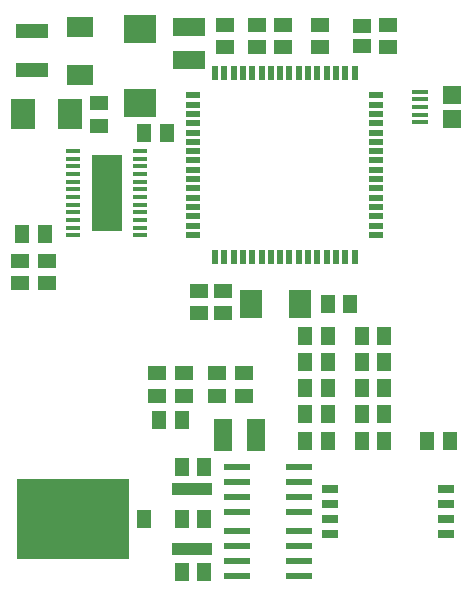
<source format=gbr>
G04 EAGLE Gerber RS-274X export*
G75*
%MOMM*%
%FSLAX34Y34*%
%LPD*%
%INSolderpaste Top*%
%IPPOS*%
%AMOC8*
5,1,8,0,0,1.08239X$1,22.5*%
G01*
%ADD10R,2.000000X2.500000*%
%ADD11R,2.160000X1.780000*%
%ADD12R,2.800000X1.200000*%
%ADD13R,2.800000X2.400000*%
%ADD14R,1.300000X1.500000*%
%ADD15R,1.500000X1.300000*%
%ADD16R,1.900000X2.400000*%
%ADD17R,3.400000X1.000000*%
%ADD18R,9.600000X6.800000*%
%ADD19R,1.300000X0.450000*%
%ADD20R,2.650000X6.400000*%
%ADD21R,2.700000X1.600000*%
%ADD22R,1.600000X2.700000*%
%ADD23R,2.200000X0.600000*%
%ADD24R,1.346200X0.685800*%
%ADD25R,1.193800X0.558800*%
%ADD26R,0.558800X1.193800*%
%ADD27R,1.350000X0.400000*%
%ADD28R,1.500000X1.500000*%


D10*
X122875Y415925D03*
X162875Y415925D03*
D11*
X171450Y449600D03*
X171450Y490300D03*
D12*
X130175Y486400D03*
X130175Y453400D03*
D13*
X222250Y425700D03*
X222250Y488700D03*
D14*
X380975Y161925D03*
X361975Y161925D03*
X380975Y184150D03*
X361975Y184150D03*
X380975Y206375D03*
X361975Y206375D03*
X380975Y228600D03*
X361975Y228600D03*
X428600Y228600D03*
X409600Y228600D03*
X428600Y184150D03*
X409600Y184150D03*
X428600Y161925D03*
X409600Y161925D03*
X380975Y139700D03*
X361975Y139700D03*
X409600Y139700D03*
X428600Y139700D03*
D15*
X320675Y492100D03*
X320675Y473100D03*
X342900Y473100D03*
X342900Y492100D03*
X374650Y492100D03*
X374650Y473100D03*
X293688Y492100D03*
X293688Y473100D03*
X271463Y247675D03*
X271463Y266675D03*
X292100Y247675D03*
X292100Y266675D03*
D14*
X400025Y255588D03*
X381025Y255588D03*
D16*
X316210Y255568D03*
X357210Y255568D03*
D17*
X266025Y47625D03*
X266025Y98425D03*
D18*
X165025Y73025D03*
D19*
X165175Y385000D03*
X165175Y378500D03*
X165175Y372000D03*
X165175Y365500D03*
X165175Y359000D03*
X165175Y352500D03*
X165175Y346000D03*
X165175Y339500D03*
X165175Y333000D03*
X165175Y326500D03*
X165175Y320000D03*
X165175Y313500D03*
X222175Y313500D03*
X222175Y320000D03*
X222175Y326500D03*
X222175Y333000D03*
X222175Y339500D03*
X222175Y346000D03*
X222175Y352500D03*
X222175Y359000D03*
X222175Y365500D03*
X222175Y372000D03*
X222175Y378500D03*
X222175Y385000D03*
D20*
X193675Y349250D03*
D15*
X187325Y425425D03*
X187325Y406425D03*
D14*
X225450Y400050D03*
X244450Y400050D03*
D21*
X263525Y490250D03*
X263525Y462250D03*
D14*
X276200Y28575D03*
X257200Y28575D03*
D22*
X320388Y144463D03*
X292388Y144463D03*
D23*
X356200Y38100D03*
X304200Y38100D03*
X356200Y25400D03*
X356200Y50800D03*
X356200Y63500D03*
X304200Y25400D03*
X304200Y50800D03*
X304200Y63500D03*
D14*
X225400Y73025D03*
X206400Y73025D03*
D24*
X382588Y60325D03*
X382588Y98425D03*
X382588Y73025D03*
X382588Y85725D03*
X481013Y60325D03*
X481013Y98425D03*
X481013Y73025D03*
X481013Y85725D03*
D25*
X266891Y432118D03*
X266891Y424244D03*
X266891Y416370D03*
X266891Y408496D03*
X266891Y400622D03*
X266891Y392748D03*
X266891Y384874D03*
X266891Y377000D03*
X266891Y369126D03*
X266891Y361252D03*
X266891Y353378D03*
X266891Y345504D03*
X266891Y337630D03*
X266891Y329756D03*
X266891Y321882D03*
X266891Y314008D03*
D26*
X285433Y295466D03*
X293307Y295466D03*
X301181Y295466D03*
X309055Y295466D03*
X316929Y295466D03*
X324803Y295466D03*
X332677Y295466D03*
X340551Y295466D03*
X348425Y295466D03*
X356299Y295466D03*
X364173Y295466D03*
X372047Y295466D03*
X379921Y295466D03*
X387795Y295466D03*
X395669Y295466D03*
X403543Y295466D03*
D25*
X422085Y314008D03*
X422085Y321882D03*
X422085Y329756D03*
X422085Y337630D03*
X422085Y345504D03*
X422085Y353378D03*
X422085Y361252D03*
X422085Y369126D03*
X422085Y377000D03*
X422085Y384874D03*
X422085Y392748D03*
X422085Y400622D03*
X422085Y408496D03*
X422085Y416370D03*
X422085Y424244D03*
X422085Y432118D03*
D26*
X403543Y450660D03*
X395669Y450660D03*
X387795Y450660D03*
X379921Y450660D03*
X372047Y450660D03*
X364173Y450660D03*
X356299Y450660D03*
X348425Y450660D03*
X340551Y450660D03*
X332677Y450660D03*
X324803Y450660D03*
X316929Y450660D03*
X309055Y450660D03*
X301181Y450660D03*
X293307Y450660D03*
X285433Y450660D03*
D14*
X141263Y314325D03*
X122263Y314325D03*
D15*
X120650Y292075D03*
X120650Y273075D03*
X142875Y292075D03*
X142875Y273075D03*
X409575Y491100D03*
X409575Y474100D03*
X431800Y473100D03*
X431800Y492100D03*
D14*
X276200Y73025D03*
X257200Y73025D03*
X428600Y206375D03*
X409600Y206375D03*
D15*
X258763Y177825D03*
X258763Y196825D03*
X236538Y196825D03*
X236538Y177825D03*
D14*
X257150Y157163D03*
X238150Y157163D03*
D15*
X309563Y177825D03*
X309563Y196825D03*
X287338Y177825D03*
X287338Y196825D03*
D27*
X458788Y422275D03*
X458788Y428775D03*
X458788Y435275D03*
X458788Y415775D03*
X458788Y409275D03*
D28*
X485788Y412275D03*
X485788Y432275D03*
D23*
X356200Y92075D03*
X304200Y92075D03*
X356200Y79375D03*
X356200Y104775D03*
X356200Y117475D03*
X304200Y79375D03*
X304200Y104775D03*
X304200Y117475D03*
D14*
X276200Y117475D03*
X257200Y117475D03*
X484163Y139700D03*
X465163Y139700D03*
M02*

</source>
